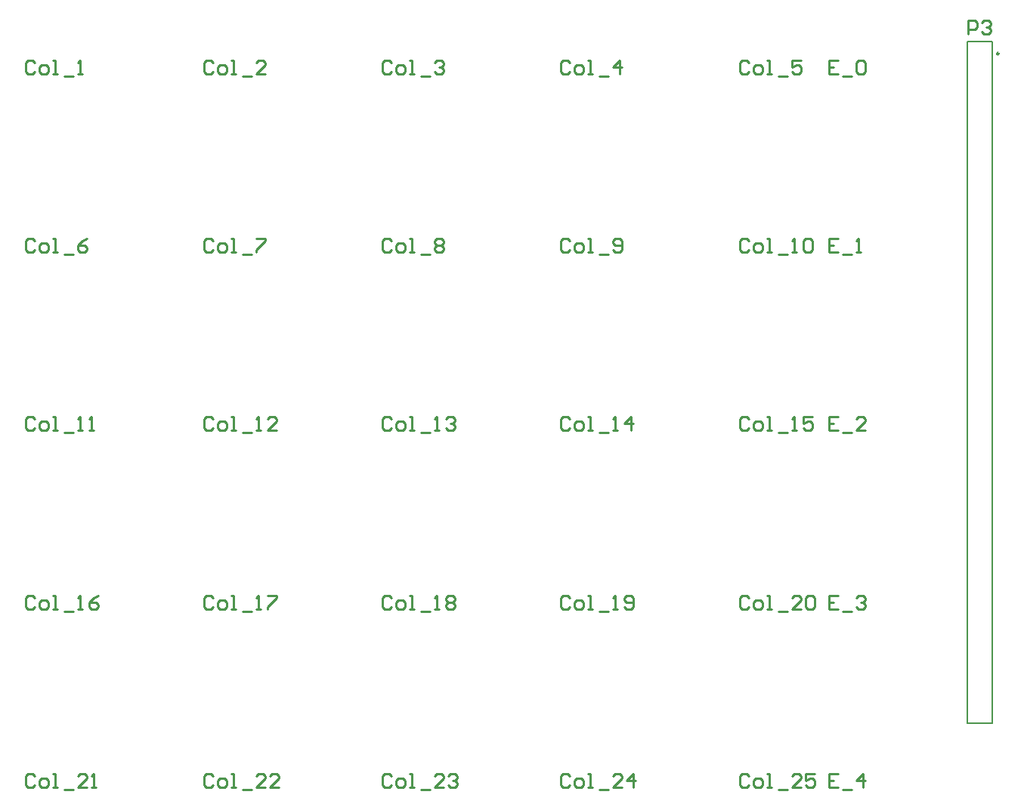
<source format=gto>
%FSAX44Y44*%
%MOMM*%
G71*
G01*
G75*
%ADD10C,0.2540*%
%ADD11C,0.7000*%
%ADD12C,0.3000*%
%ADD13C,2.5000*%
%ADD14C,1.7000*%
%ADD15C,1.6000*%
%ADD16R,1.6000X1.6000*%
%ADD17C,3.0000*%
%ADD18C,0.2500*%
%ADD19C,0.2000*%
D10*
X01627378Y01526540D02*
Y01541775D01*
X01634996D01*
X01637535Y01539236D01*
Y01534158D01*
X01634996Y01531618D01*
X01627378D01*
X01642613Y01539236D02*
X01645152Y01541775D01*
X01650231D01*
X01652770Y01539236D01*
Y01536697D01*
X01650231Y01534158D01*
X01647691D01*
X01650231D01*
X01652770Y01531618D01*
Y01529079D01*
X01650231Y01526540D01*
X01645152D01*
X01642613Y01529079D01*
X00581157Y01493926D02*
X00578618Y01496465D01*
X00573539D01*
X00571000Y01493926D01*
Y01483769D01*
X00573539Y01481230D01*
X00578618D01*
X00581157Y01483769D01*
X00588774Y01481230D02*
X00593853D01*
X00596392Y01483769D01*
Y01488848D01*
X00593853Y01491387D01*
X00588774D01*
X00586235Y01488848D01*
Y01483769D01*
X00588774Y01481230D01*
X00601470D02*
X00606549D01*
X00604010D01*
Y01496465D01*
X00601470D01*
X00614166Y01478691D02*
X00624323D01*
X00629401Y01481230D02*
X00634480D01*
X00631940D01*
Y01496465D01*
X00629401Y01493926D01*
X00781157D02*
X00778618Y01496465D01*
X00773539D01*
X00771000Y01493926D01*
Y01483769D01*
X00773539Y01481230D01*
X00778618D01*
X00781157Y01483769D01*
X00788774Y01481230D02*
X00793853D01*
X00796392Y01483769D01*
Y01488848D01*
X00793853Y01491387D01*
X00788774D01*
X00786235Y01488848D01*
Y01483769D01*
X00788774Y01481230D01*
X00801470D02*
X00806549D01*
X00804010D01*
Y01496465D01*
X00801470D01*
X00814166Y01478691D02*
X00824323D01*
X00839558Y01481230D02*
X00829401D01*
X00839558Y01491387D01*
Y01493926D01*
X00837019Y01496465D01*
X00831941D01*
X00829401Y01493926D01*
X00981157D02*
X00978618Y01496465D01*
X00973539D01*
X00971000Y01493926D01*
Y01483769D01*
X00973539Y01481230D01*
X00978618D01*
X00981157Y01483769D01*
X00988774Y01481230D02*
X00993853D01*
X00996392Y01483769D01*
Y01488848D01*
X00993853Y01491387D01*
X00988774D01*
X00986235Y01488848D01*
Y01483769D01*
X00988774Y01481230D01*
X01001470D02*
X01006549D01*
X01004009D01*
Y01496465D01*
X01001470D01*
X01014166Y01478691D02*
X01024323D01*
X01029401Y01493926D02*
X01031941Y01496465D01*
X01037019D01*
X01039558Y01493926D01*
Y01491387D01*
X01037019Y01488848D01*
X01034480D01*
X01037019D01*
X01039558Y01486309D01*
Y01483769D01*
X01037019Y01481230D01*
X01031941D01*
X01029401Y01483769D01*
X01181157Y01493926D02*
X01178618Y01496465D01*
X01173539D01*
X01171000Y01493926D01*
Y01483769D01*
X01173539Y01481230D01*
X01178618D01*
X01181157Y01483769D01*
X01188774Y01481230D02*
X01193853D01*
X01196392Y01483769D01*
Y01488848D01*
X01193853Y01491387D01*
X01188774D01*
X01186235Y01488848D01*
Y01483769D01*
X01188774Y01481230D01*
X01201470D02*
X01206549D01*
X01204010D01*
Y01496465D01*
X01201470D01*
X01214166Y01478691D02*
X01224323D01*
X01237019Y01481230D02*
Y01496465D01*
X01229401Y01488848D01*
X01239558D01*
X01381157Y01493926D02*
X01378618Y01496465D01*
X01373539D01*
X01371000Y01493926D01*
Y01483769D01*
X01373539Y01481230D01*
X01378618D01*
X01381157Y01483769D01*
X01388775Y01481230D02*
X01393853D01*
X01396392Y01483769D01*
Y01488848D01*
X01393853Y01491387D01*
X01388775D01*
X01386235Y01488848D01*
Y01483769D01*
X01388775Y01481230D01*
X01401470D02*
X01406549D01*
X01404010D01*
Y01496465D01*
X01401470D01*
X01414166Y01478691D02*
X01424323D01*
X01439558Y01496465D02*
X01429401D01*
Y01488848D01*
X01434480Y01491387D01*
X01437019D01*
X01439558Y01488848D01*
Y01483769D01*
X01437019Y01481230D01*
X01431940D01*
X01429401Y01483769D01*
X01481157Y01496465D02*
X01471000D01*
Y01481230D01*
X01481157D01*
X01471000Y01488848D02*
X01476079D01*
X01486235Y01478691D02*
X01496392D01*
X01501470Y01493926D02*
X01504010Y01496465D01*
X01509088D01*
X01511627Y01493926D01*
Y01483769D01*
X01509088Y01481230D01*
X01504010D01*
X01501470Y01483769D01*
Y01493926D01*
X00581157Y01293926D02*
X00578618Y01296465D01*
X00573539D01*
X00571000Y01293926D01*
Y01283769D01*
X00573539Y01281230D01*
X00578618D01*
X00581157Y01283769D01*
X00588774Y01281230D02*
X00593853D01*
X00596392Y01283769D01*
Y01288848D01*
X00593853Y01291387D01*
X00588774D01*
X00586235Y01288848D01*
Y01283769D01*
X00588774Y01281230D01*
X00601470D02*
X00606549D01*
X00604010D01*
Y01296465D01*
X00601470D01*
X00614166Y01278691D02*
X00624323D01*
X00639558Y01296465D02*
X00634480Y01293926D01*
X00629401Y01288848D01*
Y01283769D01*
X00631940Y01281230D01*
X00637019D01*
X00639558Y01283769D01*
Y01286309D01*
X00637019Y01288848D01*
X00629401D01*
X00781157Y01293926D02*
X00778618Y01296465D01*
X00773539D01*
X00771000Y01293926D01*
Y01283769D01*
X00773539Y01281230D01*
X00778618D01*
X00781157Y01283769D01*
X00788774Y01281230D02*
X00793853D01*
X00796392Y01283769D01*
Y01288848D01*
X00793853Y01291387D01*
X00788774D01*
X00786235Y01288848D01*
Y01283769D01*
X00788774Y01281230D01*
X00801470D02*
X00806549D01*
X00804010D01*
Y01296465D01*
X00801470D01*
X00814166Y01278691D02*
X00824323D01*
X00829401Y01296465D02*
X00839558D01*
Y01293926D01*
X00829401Y01283769D01*
Y01281230D01*
X00981157Y01293926D02*
X00978618Y01296465D01*
X00973539D01*
X00971000Y01293926D01*
Y01283769D01*
X00973539Y01281230D01*
X00978618D01*
X00981157Y01283769D01*
X00988774Y01281230D02*
X00993853D01*
X00996392Y01283769D01*
Y01288848D01*
X00993853Y01291387D01*
X00988774D01*
X00986235Y01288848D01*
Y01283769D01*
X00988774Y01281230D01*
X01001470D02*
X01006549D01*
X01004009D01*
Y01296465D01*
X01001470D01*
X01014166Y01278691D02*
X01024323D01*
X01029401Y01293926D02*
X01031941Y01296465D01*
X01037019D01*
X01039558Y01293926D01*
Y01291387D01*
X01037019Y01288848D01*
X01039558Y01286309D01*
Y01283769D01*
X01037019Y01281230D01*
X01031941D01*
X01029401Y01283769D01*
Y01286309D01*
X01031941Y01288848D01*
X01029401Y01291387D01*
Y01293926D01*
X01031941Y01288848D02*
X01037019D01*
X01181157Y01293926D02*
X01178618Y01296465D01*
X01173539D01*
X01171000Y01293926D01*
Y01283769D01*
X01173539Y01281230D01*
X01178618D01*
X01181157Y01283769D01*
X01188774Y01281230D02*
X01193853D01*
X01196392Y01283769D01*
Y01288848D01*
X01193853Y01291387D01*
X01188774D01*
X01186235Y01288848D01*
Y01283769D01*
X01188774Y01281230D01*
X01201470D02*
X01206549D01*
X01204010D01*
Y01296465D01*
X01201470D01*
X01214166Y01278691D02*
X01224323D01*
X01229401Y01283769D02*
X01231941Y01281230D01*
X01237019D01*
X01239558Y01283769D01*
Y01293926D01*
X01237019Y01296465D01*
X01231941D01*
X01229401Y01293926D01*
Y01291387D01*
X01231941Y01288848D01*
X01239558D01*
X01381157Y01293926D02*
X01378618Y01296465D01*
X01373539D01*
X01371000Y01293926D01*
Y01283769D01*
X01373539Y01281230D01*
X01378618D01*
X01381157Y01283769D01*
X01388775Y01281230D02*
X01393853D01*
X01396392Y01283769D01*
Y01288848D01*
X01393853Y01291387D01*
X01388775D01*
X01386235Y01288848D01*
Y01283769D01*
X01388775Y01281230D01*
X01401470D02*
X01406549D01*
X01404010D01*
Y01296465D01*
X01401470D01*
X01414166Y01278691D02*
X01424323D01*
X01429401Y01281230D02*
X01434480D01*
X01431940D01*
Y01296465D01*
X01429401Y01293926D01*
X01442097D02*
X01444636Y01296465D01*
X01449715D01*
X01452254Y01293926D01*
Y01283769D01*
X01449715Y01281230D01*
X01444636D01*
X01442097Y01283769D01*
Y01293926D01*
X01481157Y01296465D02*
X01471000D01*
Y01281230D01*
X01481157D01*
X01471000Y01288848D02*
X01476079D01*
X01486235Y01278691D02*
X01496392D01*
X01501470Y01281230D02*
X01506549D01*
X01504010D01*
Y01296465D01*
X01501470Y01293926D01*
X00581157Y01093926D02*
X00578618Y01096465D01*
X00573539D01*
X00571000Y01093926D01*
Y01083769D01*
X00573539Y01081230D01*
X00578618D01*
X00581157Y01083769D01*
X00588774Y01081230D02*
X00593853D01*
X00596392Y01083769D01*
Y01088848D01*
X00593853Y01091387D01*
X00588774D01*
X00586235Y01088848D01*
Y01083769D01*
X00588774Y01081230D01*
X00601470D02*
X00606549D01*
X00604010D01*
Y01096465D01*
X00601470D01*
X00614166Y01078691D02*
X00624323D01*
X00629401Y01081230D02*
X00634480D01*
X00631940D01*
Y01096465D01*
X00629401Y01093926D01*
X00642097Y01081230D02*
X00647176D01*
X00644636D01*
Y01096465D01*
X00642097Y01093926D01*
X00781157D02*
X00778618Y01096465D01*
X00773539D01*
X00771000Y01093926D01*
Y01083769D01*
X00773539Y01081230D01*
X00778618D01*
X00781157Y01083769D01*
X00788774Y01081230D02*
X00793853D01*
X00796392Y01083769D01*
Y01088848D01*
X00793853Y01091387D01*
X00788774D01*
X00786235Y01088848D01*
Y01083769D01*
X00788774Y01081230D01*
X00801470D02*
X00806549D01*
X00804010D01*
Y01096465D01*
X00801470D01*
X00814166Y01078691D02*
X00824323D01*
X00829401Y01081230D02*
X00834480D01*
X00831941D01*
Y01096465D01*
X00829401Y01093926D01*
X00852254Y01081230D02*
X00842097D01*
X00852254Y01091387D01*
Y01093926D01*
X00849715Y01096465D01*
X00844636D01*
X00842097Y01093926D01*
X00981157D02*
X00978618Y01096465D01*
X00973539D01*
X00971000Y01093926D01*
Y01083769D01*
X00973539Y01081230D01*
X00978618D01*
X00981157Y01083769D01*
X00988774Y01081230D02*
X00993853D01*
X00996392Y01083769D01*
Y01088848D01*
X00993853Y01091387D01*
X00988774D01*
X00986235Y01088848D01*
Y01083769D01*
X00988774Y01081230D01*
X01001470D02*
X01006549D01*
X01004009D01*
Y01096465D01*
X01001470D01*
X01014166Y01078691D02*
X01024323D01*
X01029401Y01081230D02*
X01034480D01*
X01031941D01*
Y01096465D01*
X01029401Y01093926D01*
X01042097D02*
X01044636Y01096465D01*
X01049715D01*
X01052254Y01093926D01*
Y01091387D01*
X01049715Y01088848D01*
X01047176D01*
X01049715D01*
X01052254Y01086309D01*
Y01083769D01*
X01049715Y01081230D01*
X01044636D01*
X01042097Y01083769D01*
X01181157Y01093926D02*
X01178618Y01096465D01*
X01173539D01*
X01171000Y01093926D01*
Y01083769D01*
X01173539Y01081230D01*
X01178618D01*
X01181157Y01083769D01*
X01188774Y01081230D02*
X01193853D01*
X01196392Y01083769D01*
Y01088848D01*
X01193853Y01091387D01*
X01188774D01*
X01186235Y01088848D01*
Y01083769D01*
X01188774Y01081230D01*
X01201470D02*
X01206549D01*
X01204010D01*
Y01096465D01*
X01201470D01*
X01214166Y01078691D02*
X01224323D01*
X01229401Y01081230D02*
X01234480D01*
X01231941D01*
Y01096465D01*
X01229401Y01093926D01*
X01249715Y01081230D02*
Y01096465D01*
X01242097Y01088848D01*
X01252254D01*
X01381157Y01093926D02*
X01378618Y01096465D01*
X01373539D01*
X01371000Y01093926D01*
Y01083769D01*
X01373539Y01081230D01*
X01378618D01*
X01381157Y01083769D01*
X01388775Y01081230D02*
X01393853D01*
X01396392Y01083769D01*
Y01088848D01*
X01393853Y01091387D01*
X01388775D01*
X01386235Y01088848D01*
Y01083769D01*
X01388775Y01081230D01*
X01401470D02*
X01406549D01*
X01404010D01*
Y01096465D01*
X01401470D01*
X01414166Y01078691D02*
X01424323D01*
X01429401Y01081230D02*
X01434480D01*
X01431940D01*
Y01096465D01*
X01429401Y01093926D01*
X01452254Y01096465D02*
X01442097D01*
Y01088848D01*
X01447176Y01091387D01*
X01449715D01*
X01452254Y01088848D01*
Y01083769D01*
X01449715Y01081230D01*
X01444636D01*
X01442097Y01083769D01*
X01481157Y01096465D02*
X01471000D01*
Y01081230D01*
X01481157D01*
X01471000Y01088848D02*
X01476079D01*
X01486235Y01078691D02*
X01496392D01*
X01511627Y01081230D02*
X01501470D01*
X01511627Y01091387D01*
Y01093926D01*
X01509088Y01096465D01*
X01504010D01*
X01501470Y01093926D01*
X00581157Y00893926D02*
X00578618Y00896465D01*
X00573539D01*
X00571000Y00893926D01*
Y00883769D01*
X00573539Y00881230D01*
X00578618D01*
X00581157Y00883769D01*
X00588774Y00881230D02*
X00593853D01*
X00596392Y00883769D01*
Y00888848D01*
X00593853Y00891387D01*
X00588774D01*
X00586235Y00888848D01*
Y00883769D01*
X00588774Y00881230D01*
X00601470D02*
X00606549D01*
X00604010D01*
Y00896465D01*
X00601470D01*
X00614166Y00878691D02*
X00624323D01*
X00629401Y00881230D02*
X00634480D01*
X00631940D01*
Y00896465D01*
X00629401Y00893926D01*
X00652254Y00896465D02*
X00647176Y00893926D01*
X00642097Y00888848D01*
Y00883769D01*
X00644636Y00881230D01*
X00649715D01*
X00652254Y00883769D01*
Y00886309D01*
X00649715Y00888848D01*
X00642097D01*
X00781157Y00893926D02*
X00778618Y00896465D01*
X00773539D01*
X00771000Y00893926D01*
Y00883769D01*
X00773539Y00881230D01*
X00778618D01*
X00781157Y00883769D01*
X00788774Y00881230D02*
X00793853D01*
X00796392Y00883769D01*
Y00888848D01*
X00793853Y00891387D01*
X00788774D01*
X00786235Y00888848D01*
Y00883769D01*
X00788774Y00881230D01*
X00801470D02*
X00806549D01*
X00804010D01*
Y00896465D01*
X00801470D01*
X00814166Y00878691D02*
X00824323D01*
X00829401Y00881230D02*
X00834480D01*
X00831941D01*
Y00896465D01*
X00829401Y00893926D01*
X00842097Y00896465D02*
X00852254D01*
Y00893926D01*
X00842097Y00883769D01*
Y00881230D01*
X00981157Y00893926D02*
X00978618Y00896465D01*
X00973539D01*
X00971000Y00893926D01*
Y00883769D01*
X00973539Y00881230D01*
X00978618D01*
X00981157Y00883769D01*
X00988774Y00881230D02*
X00993853D01*
X00996392Y00883769D01*
Y00888848D01*
X00993853Y00891387D01*
X00988774D01*
X00986235Y00888848D01*
Y00883769D01*
X00988774Y00881230D01*
X01001470D02*
X01006549D01*
X01004009D01*
Y00896465D01*
X01001470D01*
X01014166Y00878691D02*
X01024323D01*
X01029401Y00881230D02*
X01034480D01*
X01031941D01*
Y00896465D01*
X01029401Y00893926D01*
X01042097D02*
X01044636Y00896465D01*
X01049715D01*
X01052254Y00893926D01*
Y00891387D01*
X01049715Y00888848D01*
X01052254Y00886309D01*
Y00883769D01*
X01049715Y00881230D01*
X01044636D01*
X01042097Y00883769D01*
Y00886309D01*
X01044636Y00888848D01*
X01042097Y00891387D01*
Y00893926D01*
X01044636Y00888848D02*
X01049715D01*
X01181157Y00893926D02*
X01178618Y00896465D01*
X01173539D01*
X01171000Y00893926D01*
Y00883769D01*
X01173539Y00881230D01*
X01178618D01*
X01181157Y00883769D01*
X01188774Y00881230D02*
X01193853D01*
X01196392Y00883769D01*
Y00888848D01*
X01193853Y00891387D01*
X01188774D01*
X01186235Y00888848D01*
Y00883769D01*
X01188774Y00881230D01*
X01201470D02*
X01206549D01*
X01204010D01*
Y00896465D01*
X01201470D01*
X01214166Y00878691D02*
X01224323D01*
X01229401Y00881230D02*
X01234480D01*
X01231941D01*
Y00896465D01*
X01229401Y00893926D01*
X01242097Y00883769D02*
X01244636Y00881230D01*
X01249715D01*
X01252254Y00883769D01*
Y00893926D01*
X01249715Y00896465D01*
X01244636D01*
X01242097Y00893926D01*
Y00891387D01*
X01244636Y00888848D01*
X01252254D01*
X01381157Y00893926D02*
X01378618Y00896465D01*
X01373539D01*
X01371000Y00893926D01*
Y00883769D01*
X01373539Y00881230D01*
X01378618D01*
X01381157Y00883769D01*
X01388775Y00881230D02*
X01393853D01*
X01396392Y00883769D01*
Y00888848D01*
X01393853Y00891387D01*
X01388775D01*
X01386235Y00888848D01*
Y00883769D01*
X01388775Y00881230D01*
X01401470D02*
X01406549D01*
X01404010D01*
Y00896465D01*
X01401470D01*
X01414166Y00878691D02*
X01424323D01*
X01439558Y00881230D02*
X01429401D01*
X01439558Y00891387D01*
Y00893926D01*
X01437019Y00896465D01*
X01431940D01*
X01429401Y00893926D01*
X01444636D02*
X01447176Y00896465D01*
X01452254D01*
X01454793Y00893926D01*
Y00883769D01*
X01452254Y00881230D01*
X01447176D01*
X01444636Y00883769D01*
Y00893926D01*
X01481157Y00896465D02*
X01471000D01*
Y00881230D01*
X01481157D01*
X01471000Y00888848D02*
X01476079D01*
X01486235Y00878691D02*
X01496392D01*
X01501470Y00893926D02*
X01504010Y00896465D01*
X01509088D01*
X01511627Y00893926D01*
Y00891387D01*
X01509088Y00888848D01*
X01506549D01*
X01509088D01*
X01511627Y00886309D01*
Y00883769D01*
X01509088Y00881230D01*
X01504010D01*
X01501470Y00883769D01*
X01481157Y00696465D02*
X01471000D01*
Y00681230D01*
X01481157D01*
X01471000Y00688848D02*
X01476079D01*
X01486235Y00678691D02*
X01496392D01*
X01509088Y00681230D02*
Y00696465D01*
X01501470Y00688848D01*
X01511627D01*
X01381157Y00693926D02*
X01378618Y00696465D01*
X01373539D01*
X01371000Y00693926D01*
Y00683769D01*
X01373539Y00681230D01*
X01378618D01*
X01381157Y00683769D01*
X01388775Y00681230D02*
X01393853D01*
X01396392Y00683769D01*
Y00688848D01*
X01393853Y00691387D01*
X01388775D01*
X01386235Y00688848D01*
Y00683769D01*
X01388775Y00681230D01*
X01401470D02*
X01406549D01*
X01404010D01*
Y00696465D01*
X01401470D01*
X01414166Y00678691D02*
X01424323D01*
X01439558Y00681230D02*
X01429401D01*
X01439558Y00691387D01*
Y00693926D01*
X01437019Y00696465D01*
X01431940D01*
X01429401Y00693926D01*
X01454793Y00696465D02*
X01444636D01*
Y00688848D01*
X01449715Y00691387D01*
X01452254D01*
X01454793Y00688848D01*
Y00683769D01*
X01452254Y00681230D01*
X01447176D01*
X01444636Y00683769D01*
X01181157Y00693926D02*
X01178618Y00696465D01*
X01173539D01*
X01171000Y00693926D01*
Y00683769D01*
X01173539Y00681230D01*
X01178618D01*
X01181157Y00683769D01*
X01188774Y00681230D02*
X01193853D01*
X01196392Y00683769D01*
Y00688848D01*
X01193853Y00691387D01*
X01188774D01*
X01186235Y00688848D01*
Y00683769D01*
X01188774Y00681230D01*
X01201470D02*
X01206549D01*
X01204010D01*
Y00696465D01*
X01201470D01*
X01214166Y00678691D02*
X01224323D01*
X01239558Y00681230D02*
X01229401D01*
X01239558Y00691387D01*
Y00693926D01*
X01237019Y00696465D01*
X01231941D01*
X01229401Y00693926D01*
X01252254Y00681230D02*
Y00696465D01*
X01244636Y00688848D01*
X01254793D01*
X00981157Y00693926D02*
X00978618Y00696465D01*
X00973539D01*
X00971000Y00693926D01*
Y00683769D01*
X00973539Y00681230D01*
X00978618D01*
X00981157Y00683769D01*
X00988774Y00681230D02*
X00993853D01*
X00996392Y00683769D01*
Y00688848D01*
X00993853Y00691387D01*
X00988774D01*
X00986235Y00688848D01*
Y00683769D01*
X00988774Y00681230D01*
X01001470D02*
X01006549D01*
X01004009D01*
Y00696465D01*
X01001470D01*
X01014166Y00678691D02*
X01024323D01*
X01039558Y00681230D02*
X01029401D01*
X01039558Y00691387D01*
Y00693926D01*
X01037019Y00696465D01*
X01031941D01*
X01029401Y00693926D01*
X01044636D02*
X01047176Y00696465D01*
X01052254D01*
X01054793Y00693926D01*
Y00691387D01*
X01052254Y00688848D01*
X01049715D01*
X01052254D01*
X01054793Y00686309D01*
Y00683769D01*
X01052254Y00681230D01*
X01047176D01*
X01044636Y00683769D01*
X00781157Y00693926D02*
X00778618Y00696465D01*
X00773539D01*
X00771000Y00693926D01*
Y00683769D01*
X00773539Y00681230D01*
X00778618D01*
X00781157Y00683769D01*
X00788774Y00681230D02*
X00793853D01*
X00796392Y00683769D01*
Y00688848D01*
X00793853Y00691387D01*
X00788774D01*
X00786235Y00688848D01*
Y00683769D01*
X00788774Y00681230D01*
X00801470D02*
X00806549D01*
X00804010D01*
Y00696465D01*
X00801470D01*
X00814166Y00678691D02*
X00824323D01*
X00839558Y00681230D02*
X00829401D01*
X00839558Y00691387D01*
Y00693926D01*
X00837019Y00696465D01*
X00831941D01*
X00829401Y00693926D01*
X00854793Y00681230D02*
X00844636D01*
X00854793Y00691387D01*
Y00693926D01*
X00852254Y00696465D01*
X00847176D01*
X00844636Y00693926D01*
X00581157D02*
X00578618Y00696465D01*
X00573539D01*
X00571000Y00693926D01*
Y00683769D01*
X00573539Y00681230D01*
X00578618D01*
X00581157Y00683769D01*
X00588774Y00681230D02*
X00593853D01*
X00596392Y00683769D01*
Y00688848D01*
X00593853Y00691387D01*
X00588774D01*
X00586235Y00688848D01*
Y00683769D01*
X00588774Y00681230D01*
X00601470D02*
X00606549D01*
X00604010D01*
Y00696465D01*
X00601470D01*
X00614166Y00678691D02*
X00624323D01*
X00639558Y00681230D02*
X00629401D01*
X00639558Y00691387D01*
Y00693926D01*
X00637019Y00696465D01*
X00631940D01*
X00629401Y00693926D01*
X00644636Y00681230D02*
X00649715D01*
X00647176D01*
Y00696465D01*
X00644636Y00693926D01*
D18*
X01661620Y01503980D02*
G03*
X01661620Y01503980I-00001250J00000000D01*
G01*
D19*
X01625870Y01517980D02*
X01653870D01*
X01625870Y00753380D02*
Y01517980D01*
Y00753380D02*
X01653870D01*
X01653870Y00753380D02*
Y01517980D01*
M02*

</source>
